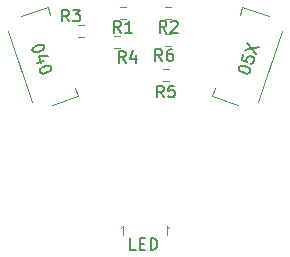
<source format=gbr>
%TF.GenerationSoftware,KiCad,Pcbnew,(5.1.10)-1*%
%TF.CreationDate,2021-08-17T19:49:41-04:00*%
%TF.ProjectId,040 055,30343020-3035-4352-9e6b-696361645f70,rev?*%
%TF.SameCoordinates,Original*%
%TF.FileFunction,Legend,Top*%
%TF.FilePolarity,Positive*%
%FSLAX46Y46*%
G04 Gerber Fmt 4.6, Leading zero omitted, Abs format (unit mm)*
G04 Created by KiCad (PCBNEW (5.1.10)-1) date 2021-08-17 19:49:41*
%MOMM*%
%LPD*%
G01*
G04 APERTURE LIST*
%ADD10C,0.120000*%
%ADD11C,0.150000*%
G04 APERTURE END LIST*
D10*
%TO.C,J3*%
X144414283Y-72451403D02*
X144180605Y-73130054D01*
X144180605Y-73130054D02*
X146398148Y-73893615D01*
X146768937Y-65612992D02*
X146535259Y-66291643D01*
X148986480Y-66376554D02*
X146768937Y-65612992D01*
X148096922Y-73614897D02*
X150153536Y-67642056D01*
%TO.C,J2*%
X126896464Y-67642056D02*
X128953078Y-73614897D01*
X130651852Y-73893615D02*
X132869395Y-73130054D01*
X132869395Y-73130054D02*
X132635717Y-72451403D01*
X130281063Y-65612992D02*
X128063520Y-66376554D01*
X130514741Y-66291643D02*
X130281063Y-65612992D01*
%TO.C,R2*%
X140767224Y-65577500D02*
X140257776Y-65577500D01*
X140767224Y-66622500D02*
X140257776Y-66622500D01*
%TO.C,R1*%
X136917224Y-65577500D02*
X136407776Y-65577500D01*
X136917224Y-66622500D02*
X136407776Y-66622500D01*
%TO.C,D1*%
X136700000Y-84100000D02*
X136700000Y-84900000D01*
X140400000Y-84100000D02*
X140400000Y-84900000D01*
X140400000Y-84100000D02*
X140600000Y-84300000D01*
X136700000Y-84100000D02*
X136500000Y-84300000D01*
%TO.C,R3*%
X132882776Y-67077500D02*
X133392224Y-67077500D01*
X132882776Y-68122500D02*
X133392224Y-68122500D01*
%TO.C,R4*%
X135882776Y-69072500D02*
X136392224Y-69072500D01*
X135882776Y-68027500D02*
X136392224Y-68027500D01*
%TO.C,R5*%
X140542224Y-71872500D02*
X140032776Y-71872500D01*
X140542224Y-70827500D02*
X140032776Y-70827500D01*
%TO.C,R6*%
X140767224Y-67877500D02*
X140257776Y-67877500D01*
X140767224Y-68922500D02*
X140257776Y-68922500D01*
%TO.C,J3*%
D11*
X146456647Y-70767231D02*
X146487654Y-70677181D01*
X146563685Y-70602635D01*
X146624213Y-70573114D01*
X146729766Y-70559096D01*
X146925368Y-70576084D01*
X147150491Y-70653600D01*
X147315087Y-70760638D01*
X147389633Y-70836669D01*
X147419154Y-70897197D01*
X147433172Y-71002750D01*
X147402166Y-71092799D01*
X147326135Y-71167345D01*
X147265607Y-71196866D01*
X147160054Y-71210885D01*
X146964452Y-71193896D01*
X146739329Y-71116380D01*
X146574733Y-71009343D01*
X146500187Y-70933311D01*
X146470666Y-70872783D01*
X146456647Y-70767231D01*
X146859732Y-69596589D02*
X146704699Y-70046836D01*
X147139443Y-70246893D01*
X147109922Y-70186365D01*
X147095903Y-70080812D01*
X147173420Y-69855689D01*
X147249451Y-69781143D01*
X147309979Y-69751621D01*
X147415531Y-69737603D01*
X147640655Y-69815119D01*
X147715201Y-69891150D01*
X147744722Y-69951678D01*
X147758741Y-70057231D01*
X147681224Y-70282354D01*
X147605193Y-70356901D01*
X147544665Y-70386422D01*
X146983758Y-69236391D02*
X148146322Y-68931614D01*
X147200803Y-68606045D02*
X147929276Y-69561959D01*
%TO.C,J2*%
X129942215Y-68876194D02*
X129973222Y-68966243D01*
X129959204Y-69071796D01*
X129929682Y-69132324D01*
X129855136Y-69208355D01*
X129690540Y-69315392D01*
X129465417Y-69392909D01*
X129269815Y-69409897D01*
X129164262Y-69395879D01*
X129103734Y-69366357D01*
X129027703Y-69291811D01*
X128996697Y-69201762D01*
X129010715Y-69096209D01*
X129040236Y-69035681D01*
X129114783Y-68959650D01*
X129279378Y-68852612D01*
X129504502Y-68775096D01*
X129700104Y-68758108D01*
X129805656Y-68772126D01*
X129866184Y-68801647D01*
X129942215Y-68876194D01*
X130014624Y-70110334D02*
X129384278Y-70327379D01*
X130297305Y-69761184D02*
X129544418Y-69768609D01*
X129745960Y-70353930D01*
X130562345Y-70677181D02*
X130593352Y-70767231D01*
X130579333Y-70872783D01*
X130549812Y-70933311D01*
X130475266Y-71009343D01*
X130310670Y-71116380D01*
X130085547Y-71193896D01*
X129889945Y-71210885D01*
X129784392Y-71196866D01*
X129723864Y-71167345D01*
X129647833Y-71092799D01*
X129616827Y-71002750D01*
X129630845Y-70897197D01*
X129660366Y-70836669D01*
X129734912Y-70760638D01*
X129899508Y-70653600D01*
X130124631Y-70576084D01*
X130320233Y-70559096D01*
X130425786Y-70573114D01*
X130486314Y-70602635D01*
X130562345Y-70677181D01*
%TO.C,R2*%
X140345833Y-67752380D02*
X140012500Y-67276190D01*
X139774404Y-67752380D02*
X139774404Y-66752380D01*
X140155357Y-66752380D01*
X140250595Y-66800000D01*
X140298214Y-66847619D01*
X140345833Y-66942857D01*
X140345833Y-67085714D01*
X140298214Y-67180952D01*
X140250595Y-67228571D01*
X140155357Y-67276190D01*
X139774404Y-67276190D01*
X140726785Y-66847619D02*
X140774404Y-66800000D01*
X140869642Y-66752380D01*
X141107738Y-66752380D01*
X141202976Y-66800000D01*
X141250595Y-66847619D01*
X141298214Y-66942857D01*
X141298214Y-67038095D01*
X141250595Y-67180952D01*
X140679166Y-67752380D01*
X141298214Y-67752380D01*
%TO.C,R1*%
X136495833Y-67752380D02*
X136162500Y-67276190D01*
X135924404Y-67752380D02*
X135924404Y-66752380D01*
X136305357Y-66752380D01*
X136400595Y-66800000D01*
X136448214Y-66847619D01*
X136495833Y-66942857D01*
X136495833Y-67085714D01*
X136448214Y-67180952D01*
X136400595Y-67228571D01*
X136305357Y-67276190D01*
X135924404Y-67276190D01*
X137448214Y-67752380D02*
X136876785Y-67752380D01*
X137162500Y-67752380D02*
X137162500Y-66752380D01*
X137067261Y-66895238D01*
X136972023Y-66990476D01*
X136876785Y-67038095D01*
%TO.C,D1*%
X137757142Y-86152380D02*
X137280952Y-86152380D01*
X137280952Y-85152380D01*
X138090476Y-85628571D02*
X138423809Y-85628571D01*
X138566666Y-86152380D02*
X138090476Y-86152380D01*
X138090476Y-85152380D01*
X138566666Y-85152380D01*
X138995238Y-86152380D02*
X138995238Y-85152380D01*
X139233333Y-85152380D01*
X139376190Y-85200000D01*
X139471428Y-85295238D01*
X139519047Y-85390476D01*
X139566666Y-85580952D01*
X139566666Y-85723809D01*
X139519047Y-85914285D01*
X139471428Y-86009523D01*
X139376190Y-86104761D01*
X139233333Y-86152380D01*
X138995238Y-86152380D01*
%TO.C,R3*%
X132083333Y-66802380D02*
X131750000Y-66326190D01*
X131511904Y-66802380D02*
X131511904Y-65802380D01*
X131892857Y-65802380D01*
X131988095Y-65850000D01*
X132035714Y-65897619D01*
X132083333Y-65992857D01*
X132083333Y-66135714D01*
X132035714Y-66230952D01*
X131988095Y-66278571D01*
X131892857Y-66326190D01*
X131511904Y-66326190D01*
X132416666Y-65802380D02*
X133035714Y-65802380D01*
X132702380Y-66183333D01*
X132845238Y-66183333D01*
X132940476Y-66230952D01*
X132988095Y-66278571D01*
X133035714Y-66373809D01*
X133035714Y-66611904D01*
X132988095Y-66707142D01*
X132940476Y-66754761D01*
X132845238Y-66802380D01*
X132559523Y-66802380D01*
X132464285Y-66754761D01*
X132416666Y-66707142D01*
%TO.C,R4*%
X136883333Y-70302380D02*
X136550000Y-69826190D01*
X136311904Y-70302380D02*
X136311904Y-69302380D01*
X136692857Y-69302380D01*
X136788095Y-69350000D01*
X136835714Y-69397619D01*
X136883333Y-69492857D01*
X136883333Y-69635714D01*
X136835714Y-69730952D01*
X136788095Y-69778571D01*
X136692857Y-69826190D01*
X136311904Y-69826190D01*
X137740476Y-69635714D02*
X137740476Y-70302380D01*
X137502380Y-69254761D02*
X137264285Y-69969047D01*
X137883333Y-69969047D01*
%TO.C,R5*%
X140120833Y-73232380D02*
X139787500Y-72756190D01*
X139549404Y-73232380D02*
X139549404Y-72232380D01*
X139930357Y-72232380D01*
X140025595Y-72280000D01*
X140073214Y-72327619D01*
X140120833Y-72422857D01*
X140120833Y-72565714D01*
X140073214Y-72660952D01*
X140025595Y-72708571D01*
X139930357Y-72756190D01*
X139549404Y-72756190D01*
X141025595Y-72232380D02*
X140549404Y-72232380D01*
X140501785Y-72708571D01*
X140549404Y-72660952D01*
X140644642Y-72613333D01*
X140882738Y-72613333D01*
X140977976Y-72660952D01*
X141025595Y-72708571D01*
X141073214Y-72803809D01*
X141073214Y-73041904D01*
X141025595Y-73137142D01*
X140977976Y-73184761D01*
X140882738Y-73232380D01*
X140644642Y-73232380D01*
X140549404Y-73184761D01*
X140501785Y-73137142D01*
%TO.C,R6*%
X139983333Y-70152380D02*
X139650000Y-69676190D01*
X139411904Y-70152380D02*
X139411904Y-69152380D01*
X139792857Y-69152380D01*
X139888095Y-69200000D01*
X139935714Y-69247619D01*
X139983333Y-69342857D01*
X139983333Y-69485714D01*
X139935714Y-69580952D01*
X139888095Y-69628571D01*
X139792857Y-69676190D01*
X139411904Y-69676190D01*
X140840476Y-69152380D02*
X140650000Y-69152380D01*
X140554761Y-69200000D01*
X140507142Y-69247619D01*
X140411904Y-69390476D01*
X140364285Y-69580952D01*
X140364285Y-69961904D01*
X140411904Y-70057142D01*
X140459523Y-70104761D01*
X140554761Y-70152380D01*
X140745238Y-70152380D01*
X140840476Y-70104761D01*
X140888095Y-70057142D01*
X140935714Y-69961904D01*
X140935714Y-69723809D01*
X140888095Y-69628571D01*
X140840476Y-69580952D01*
X140745238Y-69533333D01*
X140554761Y-69533333D01*
X140459523Y-69580952D01*
X140411904Y-69628571D01*
X140364285Y-69723809D01*
%TD*%
M02*

</source>
